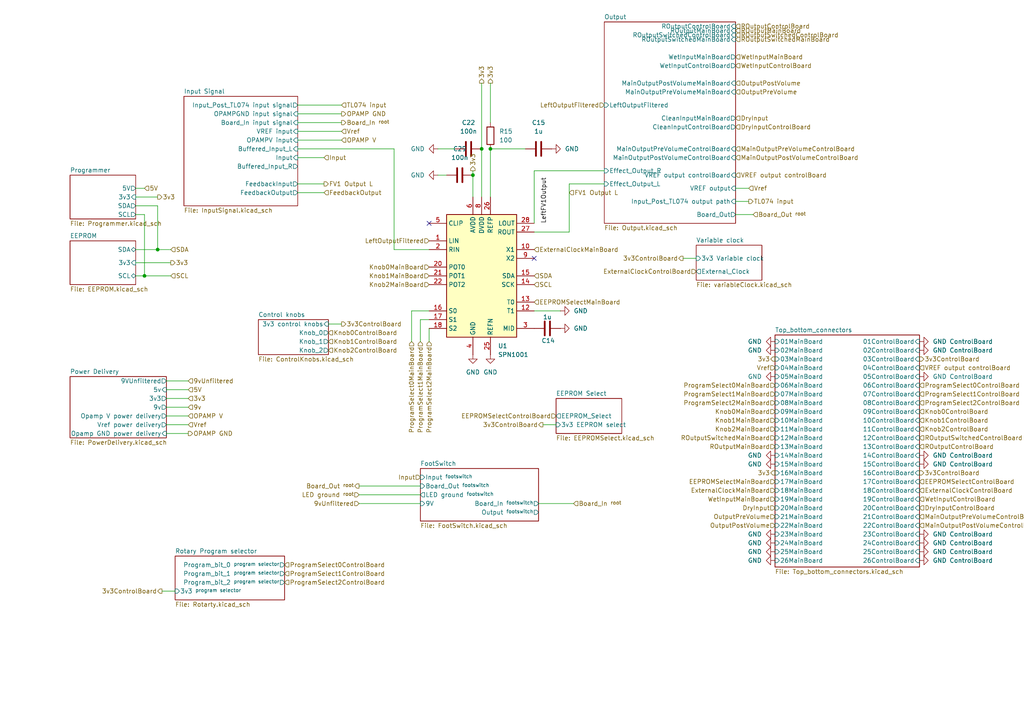
<source format=kicad_sch>
(kicad_sch (version 20231120) (generator "eeschema") (generator_version "8.0")
  (paper "A4")
  (lib_symbols
    (symbol "Audio:SPN1001"
      (property "Reference" "U" (at -8.89 19.05 0))
      (property "Value" "SPN1001" (at 7.62 19.05 0))
      (symbol "SPN1001_0_1"
        (rectangle (start -10.16 17.78) (end 10.16 -17.78) (stroke (width 0.254)) (fill (type background)))
      )
      (symbol "SPN1001_1_1"
        (pin input line (at -15.24 10.16 0) (length 5.08) (name "LIN") (number "1"))
        (pin input line (at 15.24 7.62 180) (length 5.08) (name "X1") (number "10"))
        (pin passive line (at -2.54 -22.86 90) (length 5.08) hide (name "GND") (number "11"))
        (pin input line (at 15.24 -10.16 180) (length 5.08) (name "T1") (number "12"))
        (pin input line (at 15.24 -7.62 180) (length 5.08) (name "T0") (number "13"))
        (pin bidirectional line (at 15.24 -2.54 180) (length 5.08) (name "SCK") (number "14"))
        (pin bidirectional line (at 15.24 0 180) (length 5.08) (name "SDA") (number "15"))
        (pin input line (at -15.24 -10.16 0) (length 5.08) (name "S0") (number "16"))
        (pin input line (at -15.24 -12.7 0) (length 5.08) (name "S1") (number "17"))
        (pin input line (at -15.24 -15.24 0) (length 5.08) (name "S2") (number "18"))
        (pin passive line (at -2.54 -22.86 90) (length 5.08) hide (name "GND") (number "19"))
        (pin input line (at -15.24 7.62 0) (length 5.08) (name "RIN") (number "2"))
        (pin input line (at -15.24 2.54 0) (length 5.08) (name "POT0") (number "20"))
        (pin input line (at -15.24 0 0) (length 5.08) (name "POT1") (number "21"))
        (pin input line (at -15.24 -2.54 0) (length 5.08) (name "POT2") (number "22"))
        (pin passive line (at 0 22.86 270) (length 5.08) hide (name "DVDD") (number "23"))
        (pin passive line (at -2.54 -22.86 90) (length 5.08) hide (name "GND") (number "24"))
        (pin input line (at 2.54 -22.86 90) (length 5.08) (name "REFN") (number "25"))
        (pin input line (at 2.54 22.86 270) (length 5.08) (name "REFP") (number "26"))
        (pin output line (at 15.24 12.7 180) (length 5.08) (name "ROUT") (number "27"))
        (pin output line (at 15.24 15.24 180) (length 5.08) (name "LOUT") (number "28"))
        (pin power_out line (at 15.24 -15.24 180) (length 5.08) (name "MID") (number "3"))
        (pin power_in line (at -2.54 -22.86 90) (length 5.08) (name "GND") (number "4"))
        (pin power_out line (at -15.24 15.24 0) (length 5.08) (name "CLIP") (number "5"))
        (pin power_in line (at -2.54 22.86 270) (length 5.08) (name "AVDD") (number "6"))
        (pin passive line (at -2.54 -22.86 90) (length 5.08) hide (name "GND") (number "7"))
        (pin power_in line (at 0 22.86 270) (length 5.08) (name "DVDD") (number "8"))
        (pin input line (at 15.24 5.08 180) (length 5.08) (name "X2") (number "9"))
      )
    )
    (symbol "Device:C" (pin_numbers hide) (pin_names (offset 0.254))
      (property "Reference" "C" (at 0.635 2.54 0))
      (property "Value" "C" (at 0.635 -2.54 0))
      (symbol "C_0_1"
        (polyline (pts (xy -2.032 -0.762) (xy 2.032 -0.762)) (stroke (width 0.508)))
        (polyline (pts (xy -2.032 0.762) (xy 2.032 0.762)) (stroke (width 0.508)))
      )
      (symbol "C_1_1"
        (pin passive line (at 0 3.81 270) (length 2.794) (name "~") (number "1"))
        (pin passive line (at 0 -3.81 90) (length 2.794) (name "~") (number "2"))
      )
    )
    (symbol "Device:R" (pin_numbers hide) (pin_names (offset 0))
      (property "Reference" "R" (at 2.032 0 90))
      (property "Value" "R" (at 0 0 90))
      (symbol "R_0_1"
        (rectangle (start -1.016 -2.54) (end 1.016 2.54) (stroke (width 0.254)))
      )
      (symbol "R_1_1"
        (pin passive line (at 0 3.81 270) (length 1.27) (name "~") (number "1"))
        (pin passive line (at 0 -3.81 90) (length 1.27) (name "~") (number "2"))
      )
    )
    (symbol "power:GND" (power) (pin_numbers hide) (pin_names (offset 0) hide)
      (property "Value" "GND" (at 0 -3.81 0))
      (symbol "GND_0_1"
        (polyline (pts (xy 0 0) (xy 0 -1.27) (xy 1.27 -1.27) (xy 0 -2.54) (xy -1.27 -1.27) (xy 0 -1.27)))
      )
      (symbol "GND_1_1"
        (pin power_in line (at 0 0 270) (length 0) (name "~") (number "1"))
      )
    )
  )
  (junction (at 45.72 72.39))
  (junction (at 142.24 43.18))
  (junction (at 139.7 43.18))
  (junction (at 137.16 50.8))
  (junction (at 41.91 80.01))
  (no_connect (at 124.46 64.77))
  (no_connect (at 154.94 74.93))
  (wire (pts (xy 93.98 55.88) (xy 86.36 55.88)))
  (wire (pts (xy 95.25 93.98) (xy 99.06 93.98)))
  (wire (pts (xy 54.61 110.49) (xy 48.26 110.49)))
  (wire (pts (xy 45.72 72.39) (xy 45.72 59.69)))
  (wire (pts (xy 39.37 72.39) (xy 45.72 72.39)))
  (wire (pts (xy 142.24 43.18) (xy 142.24 57.15)))
  (wire (pts (xy 127 50.8) (xy 129.54 50.8)))
  (wire (pts (xy 152.4 43.18) (xy 142.24 43.18)))
  (wire (pts (xy 127 43.18) (xy 132.08 43.18)))
  (wire (pts (xy 156.21 146.05) (xy 166.37 146.05)))
  (wire (pts (xy 142.24 24.13) (xy 142.24 35.56)))
  (wire (pts (xy 104.14 140.97) (xy 121.92 140.97)))
  (wire (pts (xy 48.26 115.57) (xy 54.61 115.57)))
  (wire (pts (xy 139.7 24.13) (xy 139.7 43.18)))
  (wire (pts (xy 45.72 59.69) (xy 39.37 59.69)))
  (wire (pts (xy 41.91 80.01) (xy 49.53 80.01)))
  (wire (pts (xy 46.99 171.45) (xy 50.8 171.45)))
  (wire (pts (xy 137.16 49.53) (xy 137.16 50.8)))
  (wire (pts (xy 165.1 67.31) (xy 154.94 67.31)))
  (wire (pts (xy 124.46 99.06) (xy 124.46 95.25)))
  (wire (pts (xy 48.26 120.65) (xy 54.61 120.65)))
  (wire (pts (xy 86.36 33.02) (xy 99.06 33.02)))
  (wire (pts (xy 39.37 54.61) (xy 41.91 54.61)))
  (wire (pts (xy 104.14 143.51) (xy 121.92 143.51)))
  (wire (pts (xy 139.7 43.18) (xy 139.7 57.15)))
  (wire (pts (xy 119.38 99.06) (xy 119.38 90.17)))
  (wire (pts (xy 154.94 49.53) (xy 154.94 64.77)))
  (wire (pts (xy 104.14 146.05) (xy 121.92 146.05)))
  (wire (pts (xy 45.72 72.39) (xy 49.53 72.39)))
  (wire (pts (xy 161.29 123.19) (xy 157.48 123.19)))
  (wire (pts (xy 41.91 62.23) (xy 41.91 80.01)))
  (wire (pts (xy 86.36 43.18) (xy 114.3 43.18)))
  (wire (pts (xy 165.1 53.34) (xy 175.26 53.34)))
  (wire (pts (xy 213.36 54.61) (xy 217.17 54.61)))
  (wire (pts (xy 39.37 76.2) (xy 49.53 76.2)))
  (wire (pts (xy 119.38 90.17) (xy 124.46 90.17)))
  (wire (pts (xy 48.26 118.11) (xy 54.61 118.11)))
  (wire (pts (xy 137.16 50.8) (xy 137.16 57.15)))
  (wire (pts (xy 201.93 74.93) (xy 198.12 74.93)))
  (wire (pts (xy 39.37 62.23) (xy 41.91 62.23)))
  (wire (pts (xy 165.1 53.34) (xy 165.1 67.31)))
  (wire (pts (xy 213.36 62.23) (xy 218.44 62.23)))
  (wire (pts (xy 154.94 49.53) (xy 175.26 49.53)))
  (wire (pts (xy 86.36 35.56) (xy 99.06 35.56)))
  (wire (pts (xy 162.56 90.17) (xy 154.94 90.17)))
  (wire (pts (xy 121.92 99.06) (xy 121.92 92.71)))
  (wire (pts (xy 39.37 80.01) (xy 41.91 80.01)))
  (wire (pts (xy 121.92 92.71) (xy 124.46 92.71)))
  (wire (pts (xy 213.36 58.42) (xy 217.17 58.42)))
  (wire (pts (xy 48.26 125.73) (xy 54.61 125.73)))
  (wire (pts (xy 86.36 38.1) (xy 99.06 38.1)))
  (wire (pts (xy 93.98 45.72) (xy 86.36 45.72)))
  (wire (pts (xy 86.36 30.48) (xy 99.06 30.48)))
  (wire (pts (xy 48.26 123.19) (xy 54.61 123.19)))
  (wire (pts (xy 114.3 43.18) (xy 114.3 72.39)))
  (wire (pts (xy 39.37 57.15) (xy 45.72 57.15)))
  (wire (pts (xy 48.26 113.03) (xy 54.61 113.03)))
  (wire (pts (xy 93.98 53.34) (xy 86.36 53.34)))
  (wire (pts (xy 86.36 40.64) (xy 99.06 40.64)))
  (wire (pts (xy 114.3 72.39) (xy 124.46 72.39)))
  (label "LeftFV1Output" (at 158.75 64.77 90))
  (hierarchical_label "9vUnfiltered" (shape input) (at 104.14 146.05 180))
  (hierarchical_label "Knob2ControlBoard" (shape input) (at 266.7 124.46 0))
  (hierarchical_label "FV1 Output L" (shape input) (at 165.1 55.88 0))
  (hierarchical_label "ROutputSwitchedMainBoard" (shape input) (at 224.79 127 180))
  (hierarchical_label "DryInputControlBoard" (shape input) (at 266.7 147.32 0))
  (hierarchical_label "3v3" (shape output) (at 142.24 24.13 90))
  (hierarchical_label "EEPROMSelectControlBoard" (shape input) (at 161.29 120.65 180))
  (hierarchical_label "OPAMP GND" (shape output) (at 99.06 33.02 0))
  (hierarchical_label "Board_Out ^{root}" (shape output) (at 104.14 140.97 180))
  (hierarchical_label "DryInput" (shape input) (at 213.36 34.29 0))
  (hierarchical_label "ProgramSelect2MainBoard" (shape input) (at 224.79 116.84 180))
  (hierarchical_label "SDA" (shape input) (at 49.53 72.39 0))
  (hierarchical_label "DryInput" (shape input) (at 224.79 147.32 180))
  (hierarchical_label "9v" (shape input) (at 54.61 118.11 0))
  (hierarchical_label "VREF output controlBoard" (shape input) (at 213.36 50.8 0))
  (hierarchical_label "Knob2ControlBoard" (shape input) (at 95.25 101.6 0))
  (hierarchical_label "ProgramSelect1MainBoard" (shape input) (at 121.92 99.06 270))
  (hierarchical_label "3v3ControlBoard" (shape output) (at 266.7 137.16 0))
  (hierarchical_label "ROutputSwitchedControlBoard" (shape input) (at 266.7 127 0))
  (hierarchical_label "Vref" (shape input) (at 217.17 54.61 0))
  (hierarchical_label "ProgramSelect2ControlBoard" (shape input) (at 82.55 168.91 0))
  (hierarchical_label "3v3" (shape output) (at 139.7 24.13 90))
  (hierarchical_label "Knob0MainBoard" (shape input) (at 124.46 77.47 180))
  (hierarchical_label "3v3" (shape input) (at 54.61 115.57 0))
  (hierarchical_label "WetInputControlBoard" (shape input) (at 266.7 144.78 0))
  (hierarchical_label "ExternalClockMainBoard" (shape input) (at 154.94 72.39 0))
  (hierarchical_label "Knob2MainBoard" (shape input) (at 224.79 124.46 180))
  (hierarchical_label "ExternalClockMainBoard" (shape input) (at 224.79 142.24 180))
  (hierarchical_label "Knob1ControlBoard" (shape input) (at 95.25 99.06 0))
  (hierarchical_label "ProgramSelect2MainBoard" (shape input) (at 124.46 99.06 270))
  (hierarchical_label "LED ground ^{root}" (shape input) (at 104.14 143.51 180))
  (hierarchical_label "5V" (shape input) (at 41.91 54.61 0))
  (hierarchical_label "ProgramSelect0ControlBoard" (shape input) (at 266.7 111.76 0))
  (hierarchical_label "OutputPostVolume" (shape input) (at 224.79 152.4 180))
  (hierarchical_label "TL074 input" (shape output) (at 217.17 58.42 0))
  (hierarchical_label "Knob1MainBoard" (shape input) (at 224.79 121.92 180))
  (hierarchical_label "9vUnfiltered" (shape input) (at 54.61 110.49 0))
  (hierarchical_label "ROutputMainBoard" (shape input) (at 213.36 8.89 0))
  (hierarchical_label "ROutputSwitchedControlBoard" (shape input) (at 213.36 10.16 0))
  (hierarchical_label "ProgramSelect2ControlBoard" (shape input) (at 266.7 116.84 0))
  (hierarchical_label "EEPROMSelectMainBoard" (shape input) (at 154.94 87.63 0))
  (hierarchical_label "3v3ControlBoard" (shape output) (at 198.12 74.93 180))
  (hierarchical_label "Vref" (shape input) (at 54.61 123.19 0))
  (hierarchical_label "MainOutputPostVolumeControlBoard" (shape input) (at 213.36 45.72 0))
  (hierarchical_label "3v3ControlBoard" (shape output) (at 266.7 104.14 0))
  (hierarchical_label "Board_Out ^{root}" (shape input) (at 218.44 62.23 0))
  (hierarchical_label "ProgramSelect1ControlBoard" (shape input) (at 266.7 114.3 0))
  (hierarchical_label "ExternalClockControlBoard" (shape input) (at 266.7 142.24 0))
  (hierarchical_label "ProgramSelect0MainBoard" (shape input) (at 224.79 111.76 180))
  (hierarchical_label "3v3" (shape output) (at 137.16 49.53 90))
  (hierarchical_label "3v3" (shape output) (at 49.53 76.2 0))
  (hierarchical_label "SCL" (shape input) (at 154.94 82.55 0))
  (hierarchical_label "Vref" (shape input) (at 99.06 38.1 0))
  (hierarchical_label "3v3" (shape output) (at 224.79 137.16 180))
  (hierarchical_label "OutputPreVolume" (shape input) (at 213.36 26.67 0))
  (hierarchical_label "Input" (shape input) (at 93.98 45.72 0))
  (hierarchical_label "ROutputControlBoard" (shape input) (at 266.7 129.54 0))
  (hierarchical_label "ProgramSelect1ControlBoard" (shape input) (at 82.55 166.37 0))
  (hierarchical_label "MainOutputPreVolumeControlBoard" (shape input) (at 213.36 43.18 0))
  (hierarchical_label "SDA" (shape input) (at 154.94 80.01 0))
  (hierarchical_label "DryInputControlBoard" (shape input) (at 213.36 36.83 0))
  (hierarchical_label "OPAMP V" (shape input) (at 54.61 120.65 0))
  (hierarchical_label "Board_In ^{root}" (shape input) (at 166.37 146.05 0))
  (hierarchical_label "WetInputMainBoard" (shape input) (at 224.79 144.78 180))
  (hierarchical_label "LeftOutputFiltered" (shape input) (at 175.26 30.48 180))
  (hierarchical_label "Knob1ControlBoard" (shape input) (at 266.7 121.92 0))
  (hierarchical_label "3v3" (shape output) (at 224.79 104.14 180))
  (hierarchical_label "ROutputControlBoard" (shape input) (at 213.36 7.62 0))
  (hierarchical_label "OPAMP V" (shape input) (at 99.06 40.64 0))
  (hierarchical_label "Knob0MainBoard" (shape input) (at 224.79 119.38 180))
  (hierarchical_label "3v3ControlBoard" (shape output) (at 99.06 93.98 0))
  (hierarchical_label "Board_In ^{root}" (shape output) (at 99.06 35.56 0))
  (hierarchical_label "Vref" (shape input) (at 224.79 106.68 180))
  (hierarchical_label "ROutputSwitchedMainBoard" (shape input) (at 213.36 11.43 0))
  (hierarchical_label "TL074 input" (shape input) (at 99.06 30.48 0))
  (hierarchical_label "EEPROMSelectMainBoard" (shape input) (at 224.79 139.7 180))
  (hierarchical_label "MainOutputPreVolumeControlBoard" (shape input) (at 266.7 149.86 0))
  (hierarchical_label "WetInputControlBoard" (shape input) (at 213.36 19.05 0))
  (hierarchical_label "ExternalClockControlBoard" (shape input) (at 201.93 78.74 180))
  (hierarchical_label "ROutputMainBoard" (shape input) (at 224.79 129.54 180))
  (hierarchical_label "Knob0ControlBoard" (shape input) (at 95.25 96.52 0))
  (hierarchical_label "Input" (shape input) (at 121.92 138.43 180))
  (hierarchical_label "EEPROMSelectControlBoard" (shape input) (at 266.7 139.7 0))
  (hierarchical_label "OutputPostVolume" (shape input) (at 213.36 24.13 0))
  (hierarchical_label "OutputPreVolume" (shape input) (at 224.79 149.86 180))
  (hierarchical_label "Knob1MainBoard" (shape input) (at 124.46 80.01 180))
  (hierarchical_label "VREF output controlBoard" (shape input) (at 266.7 106.68 0))
  (hierarchical_label "LeftOutputFiltered" (shape input) (at 124.46 69.85 180))
  (hierarchical_label "Knob2MainBoard" (shape input) (at 124.46 82.55 180))
  (hierarchical_label "OPAMP GND" (shape output) (at 54.61 125.73 0))
  (hierarchical_label "FV1 Output L" (shape output) (at 93.98 53.34 0))
  (hierarchical_label "3v3ControlBoard" (shape output) (at 46.99 171.45 180))
  (hierarchical_label "FeedbackOutput" (shape input) (at 93.98 55.88 0))
  (hierarchical_label "Knob0ControlBoard" (shape input) (at 266.7 119.38 0))
  (hierarchical_label "3v3" (shape output) (at 45.72 57.15 0))
  (hierarchical_label "ProgramSelect1MainBoard" (shape input) (at 224.79 114.3 180))
  (hierarchical_label "MainOutputPostVolumeControlBoard" (shape input) (at 266.7 152.4 0))
  (hierarchical_label "ProgramSelect0MainBoard" (shape input) (at 119.38 99.06 270))
  (hierarchical_label "3v3ControlBoard" (shape output) (at 157.48 123.19 180))
  (hierarchical_label "5V" (shape input) (at 54.61 113.03 0))
  (hierarchical_label "SCL" (shape input) (at 49.53 80.01 0))
  (hierarchical_label "WetInputMainBoard" (shape input) (at 213.36 16.51 0))
  (hierarchical_label "ProgramSelect0ControlBoard" (shape input) (at 82.55 163.83 0))
  (symbol (lib_id "power:GND") (at 162.56 90.17 90) (unit 1)
    (property "Reference" "#PWR016" (effects (hide yes)))
    (property "Value" "GND" (at 166.37 90.1699 90) (effects (justify right)))
    (property "Description" "Power symbol creates a global label with name \"GND\" , ground" (effects (hide yes)))
  )
  (symbol (lib_id "power:GND") (at 266.7 132.08 90) (unit 1)
    (property "Reference" "#PWR052" (effects (hide yes)))
    (property "Value" "GND ControlBoard" (at 270.51 132.0799 90) (effects (justify right)))
    (property "Description" "Power symbol creates a global label with name \"GND\" , ground" (effects (hide yes)))
  )
  (symbol (lib_id "power:GND") (at 266.7 109.22 90) (unit 1)
    (property "Reference" "#PWR067" (effects (hide yes)))
    (property "Value" "GND ControlBoard" (at 270.51 109.2199 90) (effects (justify right)))
    (property "Description" "Power symbol creates a global label with name \"GND\" , ground" (effects (hide yes)))
  )
  (symbol (lib_id "power:GND") (at 266.7 160.02 90) (unit 1)
    (property "Reference" "#PWR062" (effects (hide yes)))
    (property "Value" "GND ControlBoard" (at 270.51 160.0199 90) (effects (justify right)))
    (property "Description" "Power symbol creates a global label with name \"GND\" , ground" (effects (hide yes)))
  )
  (symbol (lib_id "power:GND") (at 224.79 132.08 270) (unit 1)
    (property "Reference" "#PWR051" (effects (hide yes)))
    (property "Value" "GND" (at 220.98 132.0799 90) (effects (justify right)))
    (property "Description" "Power symbol creates a global label with name \"GND\" , ground" (effects (hide yes)))
  )
  (symbol (lib_id "power:GND") (at 127 43.18 270) (unit 1)
    (property "Reference" "#PWR033" (effects (hide yes)))
    (property "Value" "GND" (at 123.19 43.1799 90) (effects (justify right)))
    (property "Description" "Power symbol creates a global label with name \"GND\" , ground" (effects (hide yes)))
  )
  (symbol (lib_id "power:GND") (at 224.79 154.94 270) (unit 1)
    (property "Reference" "#PWR042" (effects (hide yes)))
    (property "Value" "GND" (at 220.98 154.9399 90) (effects (justify right)))
    (property "Description" "Power symbol creates a global label with name \"GND\" , ground" (effects (hide yes)))
  )
  (symbol (lib_id "power:GND") (at 266.7 101.6 90) (unit 1)
    (property "Reference" "#PWR055" (effects (hide yes)))
    (property "Value" "GND ControlBoard" (at 270.51 101.5999 90) (effects (justify right)))
    (property "Description" "Power symbol creates a global label with name \"GND\" , ground" (effects (hide yes)))
  )
  (symbol (lib_id "power:GND") (at 127 50.8 270) (unit 1)
    (property "Reference" "#PWR018" (effects (hide yes)))
    (property "Value" "GND" (at 123.19 50.7999 90) (effects (justify right)))
    (property "Description" "Power symbol creates a global label with name \"GND\" , ground" (effects (hide yes)))
  )
  (symbol (lib_id "power:GND") (at 266.7 99.06 90) (unit 1)
    (property "Reference" "#PWR049" (effects (hide yes)))
    (property "Value" "GND ControlBoard" (at 270.51 99.0599 90) (effects (justify right)))
    (property "Description" "Power symbol creates a global label with name \"GND\" , ground" (effects (hide yes)))
  )
  (symbol (lib_id "Device:C") (at 156.21 43.18 90) (unit 1)
    (property "Reference" "C15" (at 156.21 35.56 90))
    (property "Value" "1u" (at 156.21 38.1 90))
    (property "Footprint" "FV1Footrpints:C_0603_1608Metric_Pad1.08x0.95mm_HandSolder" (effects (hide yes)))
    (property "Description" "Unpolarized capacitor" (effects (hide yes)))
  )
  (symbol (lib_id "power:GND") (at 224.79 99.06 270) (unit 1)
    (property "Reference" "#PWR047" (effects (hide yes)))
    (property "Value" "GND" (at 220.98 99.0599 90) (effects (justify right)))
    (property "Description" "Power symbol creates a global label with name \"GND\" , ground" (effects (hide yes)))
  )
  (symbol (lib_id "power:GND") (at 266.7 134.62 90) (unit 1)
    (property "Reference" "#PWR064" (effects (hide yes)))
    (property "Value" "GND ControlBoard" (at 270.51 134.6199 90) (effects (justify right)))
    (property "Description" "Power symbol creates a global label with name \"GND\" , ground" (effects (hide yes)))
  )
  (symbol (lib_id "power:GND") (at 266.7 154.94 90) (unit 1)
    (property "Reference" "#PWR060" (effects (hide yes)))
    (property "Value" "GND ControlBoard" (at 270.51 154.9399 90) (effects (justify right)))
    (property "Description" "Power symbol creates a global label with name \"GND\" , ground" (effects (hide yes)))
  )
  (symbol (lib_id "power:GND") (at 142.24 102.87 0) (unit 1)
    (property "Reference" "#PWR017" (effects (hide yes)))
    (property "Value" "GND" (at 142.24 107.95 0))
    (property "Description" "Power symbol creates a global label with name \"GND\" , ground" (effects (hide yes)))
  )
  (symbol (lib_id "power:GND") (at 224.79 157.48 270) (unit 1)
    (property "Reference" "#PWR057" (effects (hide yes)))
    (property "Value" "GND" (at 220.98 157.4799 90) (effects (justify right)))
    (property "Description" "Power symbol creates a global label with name \"GND\" , ground" (effects (hide yes)))
  )
  (symbol (lib_id "power:GND") (at 224.79 162.56 270) (unit 1)
    (property "Reference" "#PWR059" (effects (hide yes)))
    (property "Value" "GND" (at 220.98 162.5599 90) (effects (justify right)))
    (property "Description" "Power symbol creates a global label with name \"GND\" , ground" (effects (hide yes)))
  )
  (symbol (lib_id "Device:C") (at 133.35 50.8 90) (unit 1)
    (property "Reference" "C29" (at 133.35 43.18 90))
    (property "Value" "100n" (at 133.35 45.72 90))
    (property "Footprint" "FV1Footrpints:C_0603_1608Metric_Pad1.08x0.95mm_HandSolder" (effects (hide yes)))
    (property "Description" "Unpolarized capacitor" (effects (hide yes)))
  )
  (symbol (lib_id "Device:R") (at 142.24 39.37 0) (unit 1)
    (property "Reference" "R15" (at 144.78 38.0999 0) (effects (justify left)))
    (property "Value" "100" (at 144.78 40.6399 0) (effects (justify left)))
    (property "Footprint" "PCM_4ms_Resistor:R_0603" (effects (hide yes)))
    (property "Description" "Resistor" (effects (hide yes)))
  )
  (symbol (lib_id "power:GND") (at 224.79 160.02 270) (unit 1)
    (property "Reference" "#PWR058" (effects (hide yes)))
    (property "Value" "GND" (at 220.98 160.0199 90) (effects (justify right)))
    (property "Description" "Power symbol creates a global label with name \"GND\" , ground" (effects (hide yes)))
  )
  (symbol (lib_id "Audio:SPN1001") (at 139.7 80.01 0) (unit 1)
    (property "Reference" "U1" (at 144.4341 100.33 0) (effects (justify left)))
    (property "Value" "SPN1001" (at 144.4341 102.87 0) (effects (justify left)))
    (property "Footprint" "Package_SO:SOIC-28W_7.5x17.9mm_P1.27mm" (effects (hide yes)))
    (property "Datasheet" "http://www.spinsemi.com/Products/datasheets/spn1001/FV-1.pdf" (effects (hide yes)))
    (property "Description" "Spin Semiconductor FV-1 Reverb IC, SOIC-28W" (effects (hide yes)))
  )
  (symbol (lib_id "power:GND") (at 266.7 162.56 90) (unit 1)
    (property "Reference" "#PWR063" (effects (hide yes)))
    (property "Value" "GND ControlBoard" (at 270.51 162.5599 90) (effects (justify right)))
    (property "Description" "Power symbol creates a global label with name \"GND\" , ground" (effects (hide yes)))
  )
  (symbol (lib_id "power:GND") (at 162.56 95.25 90) (unit 1)
    (property "Reference" "#PWR027" (effects (hide yes)))
    (property "Value" "GND" (at 166.37 95.2499 90) (effects (justify right)))
    (property "Description" "Power symbol creates a global label with name \"GND\" , ground" (effects (hide yes)))
  )
  (symbol (lib_id "Device:C") (at 158.75 95.25 270) (mirror x) (unit 1)
    (property "Reference" "C14" (at 159.004 98.806 90))
    (property "Value" "1u" (at 158.75 91.948 90))
    (property "Footprint" "FV1Footrpints:C_0603_1608Metric_Pad1.08x0.95mm_HandSolder" (effects (hide yes)))
    (property "Description" "Unpolarized capacitor" (effects (hide yes)))
  )
  (symbol (lib_id "power:GND") (at 224.79 101.6 270) (unit 1)
    (property "Reference" "#PWR054" (effects (hide yes)))
    (property "Value" "GND" (at 220.98 101.5999 90) (effects (justify right)))
    (property "Description" "Power symbol creates a global label with name \"GND\" , ground" (effects (hide yes)))
  )
  (symbol (lib_id "power:GND") (at 266.7 157.48 90) (unit 1)
    (property "Reference" "#PWR061" (effects (hide yes)))
    (property "Value" "GND ControlBoard" (at 270.51 157.4799 90) (effects (justify right)))
    (property "Description" "Power symbol creates a global label with name \"GND\" , ground" (effects (hide yes)))
  )
  (symbol (lib_id "power:GND") (at 137.16 102.87 0) (unit 1)
    (property "Reference" "#PWR01" (effects (hide yes)))
    (property "Value" "GND" (at 137.16 107.95 0))
    (property "Description" "Power symbol creates a global label with name \"GND\" , ground" (effects (hide yes)))
  )
  (symbol (lib_id "power:GND") (at 160.02 43.18 90) (unit 1)
    (property "Reference" "#PWR028" (effects (hide yes)))
    (property "Value" "GND" (at 163.83 43.1799 90) (effects (justify right)))
    (property "Description" "Power symbol creates a global label with name \"GND\" , ground" (effects (hide yes)))
  )
  (symbol (lib_id "power:GND") (at 224.79 109.22 270) (unit 1)
    (property "Reference" "#PWR065" (effects (hide yes)))
    (property "Value" "GND" (at 220.98 109.2199 90) (effects (justify right)))
    (property "Description" "Power symbol creates a global label with name \"GND\" , ground" (effects (hide yes)))
  )
  (symbol (lib_id "power:GND") (at 224.79 134.62 270) (unit 1)
    (property "Reference" "#PWR066" (effects (hide yes)))
    (property "Value" "GND" (at 220.98 134.6199 90) (effects (justify right)))
    (property "Description" "Power symbol creates a global label with name \"GND\" , ground" (effects (hide yes)))
  )
  (symbol (lib_id "Device:C") (at 135.89 43.18 90) (unit 1)
    (property "Reference" "C22" (at 135.89 35.56 90))
    (property "Value" "100n" (at 135.89 38.1 90))
    (property "Footprint" "FV1Footrpints:C_0603_1608Metric_Pad1.08x0.95mm_HandSolder" (effects (hide yes)))
    (property "Description" "Unpolarized capacitor" (effects (hide yes)))
  )
  (sheet (at 121.92 135.89) (size 34.29 15.24) (stroke (width 0.1524))
    (property "Sheetname" "FootSwitch" (at 121.92 135.1784 0) (effects (justify left bottom)))
    (property "Sheetfile" "FootSwitch.kicad_sch" (at 121.92 151.7146 0) (effects (justify left top)))
    (pin "Input ^{footswitch}" input (at 121.92 138.43 180))
    (pin "Board_Out ^{footswitch}" input (at 121.92 140.97 180))
    (pin "LED ground ^{footswitch}" output (at 121.92 143.51 180))
    (pin "Board_In ^{footswitch}" output (at 156.21 146.05 0))
    (pin "Output ^{footswitch}" output (at 156.21 148.59 0))
    (pin "9V" input (at 121.92 146.05 180))
  )
  (sheet (at 20.32 50.8) (size 19.05 12.7) (stroke (width 0.1524))
    (property "Sheetname" "Programmer" (at 20.32 50.0884 0) (effects (justify left bottom)))
    (property "Sheetfile" "Programmer.kicad_sch" (at 20.32 64.0846 0) (effects (justify left top)))
    (pin "3v3" input (at 39.37 57.15 0))
    (pin "SDA" output (at 39.37 59.69 0))
    (pin "SCL" output (at 39.37 62.23 0))
    (pin "5V" output (at 39.37 54.61 0))
  )
  (sheet (at 20.32 69.85) (size 19.05 12.7) (stroke (width 0.1524))
    (property "Sheetname" "EEPROM" (at 20.32 69.1384 0) (effects (justify left bottom)))
    (property "Sheetfile" "EEPROM.kicad_sch" (at 20.32 83.1346 0) (effects (justify left top)))
    (pin "SDA" bidirectional (at 39.37 72.39 0))
    (pin "3v3" input (at 39.37 76.2 0))
    (pin "SCL" bidirectional (at 39.37 80.01 0))
  )
  (sheet (at 74.93 92.71) (size 20.32 10.16) (stroke (width 0.1524))
    (property "Sheetname" "Control knobs" (at 74.93 91.9984 0) (effects (justify left bottom)))
    (property "Sheetfile" "ControlKnobs.kicad_sch" (at 74.93 103.4546 0) (effects (justify left top)))
    (pin "3v3 control knobs" input (at 95.25 93.98 0))
    (pin "Knob_0" output (at 95.25 96.52 0))
    (pin "Knob_2" output (at 95.25 101.6 0))
    (pin "Knob_1" output (at 95.25 99.06 0))
  )
  (sheet (at 20.32 109.22) (size 27.94 17.78) (stroke (width 0.1524))
    (property "Sheetname" "Power Delivery" (at 20.32 108.5084 0) (effects (justify left bottom)))
    (property "Sheetfile" "PowerDelivery.kicad_sch" (at 20.32 127.5846 0) (effects (justify left top)))
    (pin "Vref power delivery" output (at 48.26 123.19 0))
    (pin "Opamp V power delivery" output (at 48.26 120.65 0))
    (pin "9v" output (at 48.26 118.11 0))
    (pin "3v3" output (at 48.26 115.57 0))
    (pin "Opamp GND power delivery" input (at 48.26 125.73 0))
    (pin "5v" input (at 48.26 113.03 0))
    (pin "9VUnfiltered" output (at 48.26 110.49 0))
  )
  (sheet (at 201.93 71.12) (size 19.05 10.16) (stroke (width 0.1524))
    (property "Sheetname" "Variable clock" (at 201.93 70.4084 0) (effects (justify left bottom)))
    (property "Sheetfile" "variableClock.kicad_sch" (at 201.93 81.8646 0) (effects (justify left top)))
    (pin "External_Clock" output (at 201.93 78.74 180))
    (pin "3v3 Variable clock" input (at 201.93 74.93 180))
  )
  (sheet (at 161.29 115.57) (size 19.05 10.16) (stroke (width 0.1524))
    (property "Sheetname" "EEPROM Select" (at 161.29 114.8584 0) (effects (justify left bottom)))
    (property "Sheetfile" "EEPROMSelect.kicad_sch" (at 161.29 126.3146 0) (effects (justify left top)))
    (pin "3v3 EEPROM select" input (at 161.29 123.19 180))
    (pin "EEPROM_Select" output (at 161.29 120.65 180))
  )
  (sheet (at 53.34 27.94) (size 33.02 31.75) (stroke (width 0.1524))
    (property "Sheetname" "Input Signal" (at 53.34 27.2284 0) (effects (justify left bottom)))
    (property "Sheetfile" "InputSignal.kicad_sch" (at 53.34 60.2746 0) (effects (justify left top)))
    (pin "Input_Post_TL074 input signal" output (at 86.36 30.48 0))
    (pin "OPAMPGND input signal" input (at 86.36 33.02 0))
    (pin "Board_In input signal" input (at 86.36 35.56 0))
    (pin "VREF input" input (at 86.36 38.1 0))
    (pin "OPAMPV input" input (at 86.36 40.64 0))
    (pin "Buffered_Input_L" input (at 86.36 43.18 0))
    (pin "Input" input (at 86.36 45.72 0))
    (pin "Buffered_Input_R" output (at 86.36 48.26 0))
    (pin "FeedbackInput" output (at 86.36 53.34 0))
    (pin "FeedbackOutput" output (at 86.36 55.88 0))
  )
  (sheet (at 175.26 6.35) (size 38.1 58.42) (stroke (width 0.1524))
    (property "Sheetname" "Output" (at 175.26 5.6384 0) (effects (justify left bottom)))
    (property "Sheetfile" "Output.kicad_sch" (at 175.26 65.3546 0) (effects (justify left top)))
    (pin "VREF output" input (at 213.36 54.61 0))
    (pin "Effect_Output_L" input (at 175.26 53.34 180))
    (pin "Input_Post_TL074 output path" input (at 213.36 58.42 0))
    (pin "Board_Out" output (at 213.36 62.23 0))
    (pin "Effect_Output_R" input (at 175.26 49.53 180))
    (pin "WetInputMainBoard" output (at 213.36 16.51 0))
    (pin "VREF output controlBoard" input (at 213.36 50.8 0))
    (pin "MainOutputPostVolumeMainBoard" input (at 213.36 24.13 0))
    (pin "MainOutputPostVolumeControlBoard" input (at 213.36 45.72 0))
    (pin "WetInputControlBoard" output (at 213.36 19.05 0))
    (pin "MainOutputPreVolumeMainBoard" input (at 213.36 26.67 0))
    (pin "MainOutputPreVolumeControlBoard" input (at 213.36 43.18 0))
    (pin "CleanInputMainBoard" output (at 213.36 34.29 0))
    (pin "CleanInputControlBoard" output (at 213.36 36.83 0))
    (pin "LeftOutputFiltered" input (at 175.26 30.48 180))
    (pin "ROutputControlBoard" input (at 213.36 7.62 0))
    (pin "ROutputMainBoard" input (at 213.36 8.89 0))
    (pin "ROutputSwitchedControlBoard" input (at 213.36 10.16 0))
    (pin "ROutputSwitchedMainBoard" input (at 213.36 11.43 0))
  )
  (sheet (at 50.8 161.29) (size 31.75 12.7) (stroke (width 0.1524))
    (property "Sheetname" "Rotary Program selector" (at 50.8 160.5784 0) (effects (justify left bottom)))
    (property "Sheetfile" "Rotarty.kicad_sch" (at 50.8 174.5746 0) (effects (justify left top)))
    (pin "Program_bit_1 ^{program selector}" output (at 82.55 166.37 0))
    (pin "Program_bit_0 ^{program selector}" output (at 82.55 163.83 0))
    (pin "Program_bit_2 ^{program selector}" output (at 82.55 168.91 0))
    (pin "3v3 ^{program selector}" input (at 50.8 171.45 180))
  )
  (sheet (at 224.79 97.155) (size 41.91 67.31) (stroke (width 0.1524))
    (property "Sheetname" "Top_bottom_connectors" (at 224.79 96.4434 0) (effects (justify left bottom)))
    (property "Sheetfile" "Top_bottom_connectors.kicad_sch" (at 224.79 165.0496 0) (effects (justify left top)))
    (pin "22ControlBoard" input (at 266.7 152.4 0))
    (pin "24ControlBoard" input (at 266.7 157.48 0))
    (pin "23ControlBoard" input (at 266.7 154.94 0))
    (pin "25ControlBoard" input (at 266.7 160.02 0))
    (pin "26ControlBoard" input (at 266.7 162.56 0))
    (pin "24MainBoard" input (at 224.79 157.48 180))
    (pin "22MainBoard" input (at 224.79 152.4 180))
    (pin "23MainBoard" input (at 224.79 154.94 180))
    (pin "25MainBoard" input (at 224.79 160.02 180))
    (pin "21MainBoard" input (at 224.79 149.86 180))
    (pin "26MainBoard" input (at 224.79 162.56 180))
    (pin "20MainBoard" input (at 224.79 147.32 180))
    (pin "15ControlBoard" input (at 266.7 134.62 0))
    (pin "19ControlBoard" input (at 266.7 144.78 0))
    (pin "18ControlBoard" input (at 266.7 142.24 0))
    (pin "14ControlBoard" input (at 266.7 132.08 0))
    (pin "17ControlBoard" input (at 266.7 139.7 0))
    (pin "16ControlBoard" input (at 266.7 137.16 0))
    (pin "20ControlBoard" input (at 266.7 147.32 0))
    (pin "21ControlBoard" input (at 266.7 149.86 0))
    (pin "15MainBoard" input (at 224.79 134.62 180))
    (pin "17MainBoard" input (at 224.79 139.7 180))
    (pin "16MainBoard" input (at 224.79 137.16 180))
    (pin "14MainBoard" input (at 224.79 132.08 180))
    (pin "19MainBoard" input (at 224.79 144.78 180))
    (pin "18MainBoard" input (at 224.79 142.24 180))
    (pin "07MainBoard" input (at 224.79 114.3 180))
    (pin "08MainBoard" input (at 224.79 116.84 180))
    (pin "09MainBoard" input (at 224.79 119.38 180))
    (pin "11MainBoard" input (at 224.79 124.46 180))
    (pin "10MainBoard" input (at 224.79 121.92 180))
    (pin "06MainBoard" input (at 224.79 111.76 180))
    (pin "02MainBoard" input (at 224.79 101.6 180))
    (pin "01MainBoard" input (at 224.79 99.06 180))
    (pin "04MainBoard" input (at 224.79 106.68 180))
    (pin "03MainBoard" input (at 224.79 104.14 180))
    (pin "05MainBoard" input (at 224.79 109.22 180))
    (pin "05ControlBoard" input (at 266.7 109.22 0))
    (pin "04ControlBoard" input (at 266.7 106.68 0))
    (pin "03ControlBoard" input (at 266.7 104.14 0))
    (pin "02ControlBoard" input (at 266.7 101.6 0))
    (pin "01ControlBoard" input (at 266.7 99.06 0))
    (pin "11ControlBoard" input (at 266.7 124.46 0))
    (pin "10ControlBoard" input (at 266.7 121.92 0))
    (pin "12ControlBoard" input (at 266.7 127 0))
    (pin "09ControlBoard" input (at 266.7 119.38 0))
    (pin "13ControlBoard" input (at 266.7 129.54 0))
    (pin "08ControlBoard" input (at 266.7 116.84 0))
    (pin "06ControlBoard" input (at 266.7 111.76 0))
    (pin "07ControlBoard" input (at 266.7 114.3 0))
    (pin "13MainBoard" input (at 224.79 129.54 180))
    (pin "12MainBoard" input (at 224.79 127 180))
  )
)
</source>
